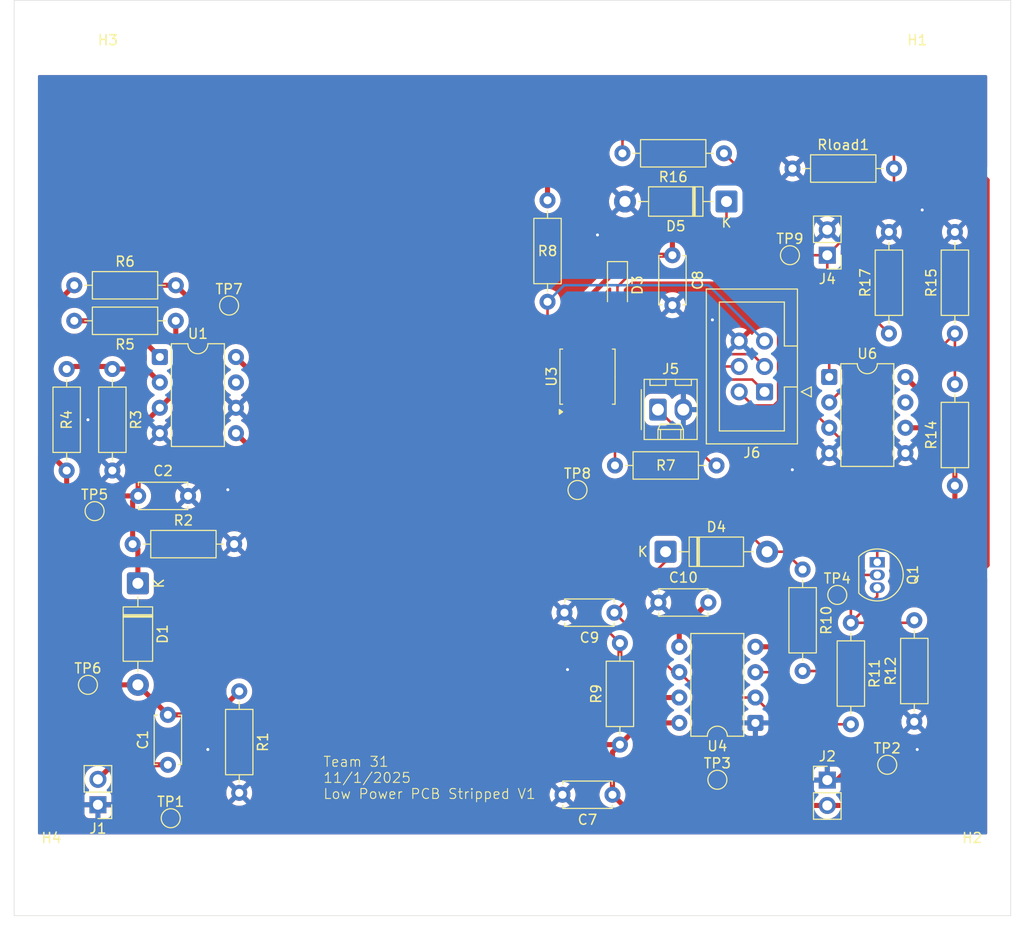
<source format=kicad_pcb>
(kicad_pcb (version 20241229) (generator "pcbnew") (generator_version "9.0")
  (layers (0 "F.Cu" signal) (2 "B.Cu" signal) (13 "F.Paste" user) (15 "B.Paste" user) (5 "F.SilkS" user "F.Silkscreen") (7 "B.SilkS" user "B.Silkscreen") (1 "F.Mask" user) (3 "B.Mask" user) (25 "Edge.Cuts" user))
  (net 0 "")
  (net 1 "/div_out")
  (net 2 "/AC_IN+")
  (net 3 "/env_out")
  (net 5 "GND")
  (net 6 "+5V")
  (net 8 "/THR")
  (net 9 "Net-(U4-CV)")
  (net 10 "Net-(D3-A)")
  (net 11 "Net-(D4-A)")
  (net 12 "/drain")
  (net 13 "Net-(J4-Pin_1)")
  (net 14 "Net-(J5-Pin_1)")
  (net 15 "/MISO")
  (net 16 "/SCK")
  (net 17 "/MOSI")
  (net 18 "/RST")
  (net 19 "/pulse")
  (net 20 "Net-(U1A--)")
  (net 21 "/comp_out")
  (net 22 "/timer_out")
  (net 23 "Net-(U6A--)")
  (net 24 "Net-(R16-Pad1)")
  (net 25 "/mcu_out")
  (footprint "Resistor_THT:R_Axial_DIN0207_L6.3mm_D2.5mm_P10.16mm_Horizontal" (layer "F.Cu") (at 129.794 70.094 180)
    (property "Reference" "R5" (at 5.08 -2.37 180) (layer "F.SilkS"))
    (property "Value" "1Meg")
    (pad "1" thru_hole circle (at 0 0 180) (size 1.6 1.6) (drill 0.8) (layers "*.Cu" "*.Mask") (net 3 "/env_out"))
    (pad "2" thru_hole circle (at 10.16 0 180) (size 1.6 1.6) (drill 0.8) (layers "*.Cu" "*.Mask") (net 21 "/comp_out"))
  )
  (footprint "Package_DIP:DIP-8_W7.62mm" (layer "F.Cu") (at 128.195 73.72)
    (property "Reference" "U1" (at 3.81 -2.33 0) (layer "F.SilkS"))
    (property "Value" "LM393")
    (pad "1" thru_hole roundrect (at 0 0) (size 1.6 1.6) (drill 0.8) (layers "*.Cu" "*.Mask") (roundrect_rratio 0.15625) (net 21 "/comp_out"))
    (pad "2" thru_hole circle (at 0 2.54) (size 1.6 1.6) (drill 0.8) (layers "*.Cu" "*.Mask") (net 20 "Net-(U1A--)"))
    (pad "3" thru_hole circle (at 0 5.08) (size 1.6 1.6) (drill 0.8) (layers "*.Cu" "*.Mask") (net 3 "/env_out"))
    (pad "4" thru_hole circle (at 0 7.62) (size 1.6 1.6) (drill 0.8) (layers "*.Cu" "*.Mask") (net 5 "GND"))
    (pad "5" thru_hole circle (at 7.62 7.62) (size 1.6 1.6) (drill 0.8) (layers "*.Cu" "*.Mask") (net 6 "+5V"))
    (pad "6" thru_hole circle (at 7.62 5.08) (size 1.6 1.6) (drill 0.8) (layers "*.Cu" "*.Mask") (net 5 "GND"))
    (pad "7" thru_hole circle (at 7.62 2.54) (size 1.6 1.6) (drill 0.8) (layers "*.Cu" "*.Mask"))
    (pad "8" thru_hole circle (at 7.62 0) (size 1.6 1.6) (drill 0.8) (layers "*.Cu" "*.Mask") (net 6 "+5V"))
  )
  (footprint "Package_DIP:DIP-8_W7.62mm" (layer "F.Cu") (at 195.195 75.72)
    (property "Reference" "U6" (at 3.81 -2.33 0) (layer "F.SilkS"))
    (property "Value" "LM393")
    (pad "1" thru_hole roundrect (at 0 0) (size 1.6 1.6) (drill 0.8) (layers "*.Cu" "*.Mask") (roundrect_rratio 0.15625) (net 24 "Net-(R16-Pad1)"))
    (pad "2" thru_hole circle (at 0 2.54) (size 1.6 1.6) (drill 0.8) (layers "*.Cu" "*.Mask") (net 23 "Net-(U6A--)"))
    (pad "3" thru_hole circle (at 0 5.08) (size 1.6 1.6) (drill 0.8) (layers "*.Cu" "*.Mask") (net 12 "/drain"))
    (pad "4" thru_hole circle (at 0 7.62) (size 1.6 1.6) (drill 0.8) (layers "*.Cu" "*.Mask") (net 5 "GND"))
    (pad "5" thru_hole circle (at 7.62 7.62) (size 1.6 1.6) (drill 0.8) (layers "*.Cu" "*.Mask") (net 5 "GND"))
    (pad "6" thru_hole circle (at 7.62 5.08) (size 1.6 1.6) (drill 0.8) (layers "*.Cu" "*.Mask") (net 6 "+5V"))
    (pad "7" thru_hole circle (at 7.62 2.54) (size 1.6 1.6) (drill 0.8) (layers "*.Cu" "*.Mask"))
    (pad "8" thru_hole circle (at 7.62 0) (size 1.6 1.6) (drill 0.8) (layers "*.Cu" "*.Mask") (net 6 "+5V"))
  )
  (footprint "Resistor_THT:R_Axial_DIN0207_L6.3mm_D2.5mm_P10.16mm_Horizontal" (layer "F.Cu") (at 125.476 92.446)
    (property "Reference" "R2" (at 5.08 -2.37 0) (layer "F.SilkS"))
    (property "Value" "5.6k")
    (pad "1" thru_hole circle (at 0 0) (size 1.6 1.6) (drill 0.8) (layers "*.Cu" "*.Mask") (net 3 "/env_out"))
    (pad "2" thru_hole circle (at 10.16 0) (size 1.6 1.6) (drill 0.8) (layers "*.Cu" "*.Mask") (net 5 "GND"))
  )
  (footprint "MountingHole:MountingHole_3.2mm_M3" (layer "F.Cu") (at 209.55 42)
    (property "Reference" "H1" (at -5.55 0 0) (layer "F.SilkS"))
    (property "Value" "MountingHole")
    (pad "" np_thru_hole circle (at 0 0) (size 3.2 3.2) (drill 3.2) (layers "*.Cu" "*.Mask"))
  )
  (footprint "Resistor_THT:R_Axial_DIN0207_L6.3mm_D2.5mm_P10.16mm_Horizontal" (layer "F.Cu") (at 173.752 84.572)
    (property "Reference" "R7" (at 5.08 0 0) (layer "F.SilkS"))
    (property "Value" "1k")
    (pad "1" thru_hole circle (at 0 0) (size 1.6 1.6) (drill 0.8) (layers "*.Cu" "*.Mask") (net 16 "/SCK"))
    (pad "2" thru_hole circle (at 10.16 0) (size 1.6 1.6) (drill 0.8) (layers "*.Cu" "*.Mask") (net 14 "Net-(J5-Pin_1)"))
  )
  (footprint "MountingHole:MountingHole_3.2mm_M3" (layer "F.Cu") (at 209.5 126)
    (property "Reference" "H2" (at 0 -4.15 0) (layer "F.SilkS"))
    (property "Value" "MountingHole")
    (pad "" np_thru_hole circle (at 0 0) (size 3.2 3.2) (drill 3.2) (layers "*.Cu" "*.Mask"))
  )
  (footprint "Resistor_THT:R_Axial_DIN0207_L6.3mm_D2.5mm_P10.16mm_Horizontal" (layer "F.Cu") (at 203.708 110.226 90)
    (property "Reference" "R12" (at 5.08 -2.37 90) (layer "F.SilkS"))
    (property "Value" "1k")
    (pad "1" thru_hole circle (at 0 0 90) (size 1.6 1.6) (drill 0.8) (layers "*.Cu" "*.Mask") (net 5 "GND"))
    (pad "2" thru_hole circle (at 10.16 0 90) (size 1.6 1.6) (drill 0.8) (layers "*.Cu" "*.Mask") (net 19 "/pulse"))
  )
  (footprint "Package_SO:SOIC-8_5.3x5.3mm_P1.27mm" (layer "F.Cu") (at 171 75.682 90)
    (property "Reference" "U3" (at 0 -3.6 90) (layer "F.SilkS"))
    (property "Value" "ATtiny85-20S")
    (pad "1" smd roundrect (at -3.5875 -1.905 90) (size 1.625 0.65) (layers "F.Cu" "F.Mask" "F.Paste") (net 18 "/RST"))
    (pad "2" smd roundrect (at -3.5875 -0.635 90) (size 1.625 0.65) (layers "F.Cu" "F.Mask" "F.Paste") (net 21 "/comp_out"))
    (pad "3" smd roundrect (at -3.5875 0.635 90) (size 1.625 0.65) (layers "F.Cu" "F.Mask" "F.Paste") (net 25 "/mcu_out"))
    (pad "4" smd roundrect (at -3.5875 1.905 90) (size 1.625 0.65) (layers "F.Cu" "F.Mask" "F.Paste") (net 5 "GND"))
    (pad "5" smd roundrect (at 3.5875 1.905 90) (size 1.625 0.65) (layers "F.Cu" "F.Mask" "F.Paste") (net 17 "/MOSI"))
    (pad "6" smd roundrect (at 3.5875 0.635 90) (size 1.625 0.65) (layers "F.Cu" "F.Mask" "F.Paste") (net 15 "/MISO"))
    (pad "7" smd roundrect (at 3.5875 -0.635 90) (size 1.625 0.65) (layers "F.Cu" "F.Mask" "F.Paste") (net 16 "/SCK"))
    (pad "8" smd roundrect (at 3.5875 -1.905 90) (size 1.625 0.65) (layers "F.Cu" "F.Mask" "F.Paste") (net 6 "+5V"))
  )
  (footprint "Capacitor_THT:C_Disc_D4.7mm_W2.5mm_P5.00mm" (layer "F.Cu") (at 179.5 68.53 90)
    (property "Reference" "C8" (at 2.5 2.54 90) (layer "F.SilkS"))
    (property "Value" "1uF")
    (pad "1" thru_hole circle (at 0 0 90) (size 1.6 1.6) (drill 0.8) (layers "*.Cu" "*.Mask") (net 5 "GND"))
    (pad "2" thru_hole circle (at 5 0 90) (size 1.6 1.6) (drill 0.8) (layers "*.Cu" "*.Mask") (net 6 "+5V"))
  )
  (footprint "Capacitor_THT:C_Disc_D4.7mm_W2.5mm_P5.00mm" (layer "F.Cu") (at 173.5 117.53 180)
    (property "Reference" "C7" (at 2.5 -2.5 0) (layer "F.SilkS"))
    (property "Value" "100uF")
    (pad "1" thru_hole circle (at 0 0 180) (size 1.6 1.6) (drill 0.8) (layers "*.Cu" "*.Mask") (net 6 "+5V"))
    (pad "2" thru_hole circle (at 5 0 180) (size 1.6 1.6) (drill 0.8) (layers "*.Cu" "*.Mask") (net 5 "GND"))
  )
  (footprint "Diode_SMD:D_SOD-123" (layer "F.Cu") (at 174 66.53 -90)
    (property "Reference" "D3" (at 0 -2 90) (layer "F.SilkS"))
    (property "Value" "MBR0520")
    (pad "1" smd roundrect (at -1.65 0 270) (size 0.9 1.2) (layers "F.Cu" "F.Mask" "F.Paste") (net 6 "+5V"))
    (pad "2" smd roundrect (at 1.65 0 270) (size 0.9 1.2) (layers "F.Cu" "F.Mask" "F.Paste") (net 10 "Net-(D3-A)"))
  )
  (footprint "Resistor_THT:R_Axial_DIN0207_L6.3mm_D2.5mm_P10.16mm_Horizontal" (layer "F.Cu") (at 192.532 94.986 -90)
    (property "Reference" "R10" (at 5.08 -2.37 270) (layer "F.SilkS"))
    (property "Value" "130k")
    (pad "1" thru_hole circle (at 0 0 270) (size 1.6 1.6) (drill 0.8) (layers "*.Cu" "*.Mask") (net 11 "Net-(D4-A)"))
    (pad "2" thru_hole circle (at 10.16 0 270) (size 1.6 1.6) (drill 0.8) (layers "*.Cu" "*.Mask") (net 8 "/THR"))
  )
  (footprint "Package_TO_SOT_THT:TO-92_Inline" (layer "F.Cu") (at 200 94.26 -90)
    (property "Reference" "Q1" (at 1.27 -3.56 90) (layer "F.SilkS"))
    (property "Value" "2N7000")
    (pad "1" thru_hole rect (at 0 0 270) (size 1.05 1.5) (drill 0.75) (layers "*.Cu" "*.Mask") (net 12 "/drain"))
    (pad "2" thru_hole oval (at 1.27 0 270) (size 1.05 1.5) (drill 0.75) (layers "*.Cu" "*.Mask") (net 25 "/mcu_out"))
    (pad "3" thru_hole oval (at 2.54 0 270) (size 1.05 1.5) (drill 0.75) (layers "*.Cu" "*.Mask") (net 19 "/pulse"))
  )
  (footprint "Capacitor_THT:C_Disc_D4.7mm_W2.5mm_P5.00mm" (layer "F.Cu") (at 126.024 87.62)
    (property "Reference" "C2" (at 2.5 -2.5 0) (layer "F.SilkS"))
    (property "Value" "1nF")
    (pad "1" thru_hole circle (at 0 0) (size 1.6 1.6) (drill 0.8) (layers "*.Cu" "*.Mask") (net 3 "/env_out"))
    (pad "2" thru_hole circle (at 5 0) (size 1.6 1.6) (drill 0.8) (layers "*.Cu" "*.Mask") (net 5 "GND"))
  )
  (footprint "Connector_PinHeader_2.54mm:PinHeader_1x02_P2.54mm_Vertical" (layer "F.Cu") (at 195 63.53 180)
    (property "Reference" "J4" (at 0 -2.38 0) (layer "F.SilkS"))
    (property "Value" "Conn_01x02")
    (pad "1" thru_hole rect (at 0 0 180) (size 1.7 1.7) (drill 1) (layers "*.Cu" "*.Mask") (net 13 "Net-(J4-Pin_1)"))
    (pad "2" thru_hole circle (at 0 2.54 180) (size 1.7 1.7) (drill 1) (layers "*.Cu" "*.Mask") (net 5 "GND"))
  )
  (footprint "Resistor_THT:R_Axial_DIN0207_L6.3mm_D2.5mm_P10.16mm_Horizontal" (layer "F.Cu") (at 207.772 86.604 90)
    (property "Reference" "R14" (at 5.08 -2.37 90) (layer "F.SilkS"))
    (property "Value" "5k")
    (pad "1" thru_hole circle (at 0 0 90) (size 1.6 1.6) (drill 0.8) (layers "*.Cu" "*.Mask") (net 6 "+5V"))
    (pad "2" thru_hole circle (at 10.16 0 90) (size 1.6 1.6) (drill 0.8) (layers "*.Cu" "*.Mask") (net 23 "Net-(U6A--)"))
  )
  (footprint "Capacitor_THT:C_Disc_D4.7mm_W2.5mm_P5.00mm" (layer "F.Cu") (at 178.094 98.288)
    (property "Reference" "C10" (at 2.5 -2.5 0) (layer "F.SilkS"))
    (property "Value" "10n")
    (pad "1" thru_hole circle (at 0 0) (size 1.6 1.6) (drill 0.8) (layers "*.Cu" "*.Mask") (net 5 "GND"))
    (pad "2" thru_hole circle (at 5 0) (size 1.6 1.6) (drill 0.8) (layers "*.Cu" "*.Mask") (net 9 "Net-(U4-CV)"))
  )
  (footprint "TestPoint:TestPoint_Pad_D1.5mm" (layer "F.Cu") (at 201 114.53)
    (property "Reference" "TP2" (at 0 -1.648 0) (layer "F.SilkS"))
    (property "Value" "TestPoint")
    (pad "1" smd circle (at 0 0) (size 1.5 1.5) (layers "F.Cu" "F.Mask") (net 5 "GND"))
  )
  (footprint "TestPoint:TestPoint_Pad_D1.5mm" (layer "F.Cu") (at 135.128 68.57)
    (property "Reference" "TP7" (at 0 -1.648 0) (layer "F.SilkS"))
    (property "Value" "TestPoint" (hide yes))
    (pad "1" smd circle (at 0 0) (size 1.5 1.5) (layers "F.Cu" "F.Mask") (net 21 "/comp_out"))
  )
  (footprint "Capacitor_THT:C_Disc_D4.7mm_W2.5mm_P5.00mm" (layer "F.Cu") (at 129 114.53 90)
    (property "Reference" "C1" (at 2.5 -2.5 90) (layer "F.SilkS"))
    (property "Value" "2.2nF")
    (pad "1" thru_hole circle (at 0 0 90) (size 1.6 1.6) (drill 0.8) (layers "*.Cu" "*.Mask") (net 2 "/AC_IN+"))
    (pad "2" thru_hole circle (at 5 0 90) (size 1.6 1.6) (drill 0.8) (layers "*.Cu" "*.Mask") (net 1 "/div_out"))
  )
  (footprint "TestPoint:TestPoint_Pad_D1.5mm" (layer "F.Cu") (at 191.262 63.53)
    (property "Reference" "TP9" (at 0 -1.648 0) (layer "F.SilkS"))
    (property "Value" "TestPoint")
    (pad "1" smd circle (at 0 0) (size 1.5 1.5) (layers "F.Cu" "F.Mask") (net 13 "Net-(J4-Pin_1)"))
  )
  (footprint "Connector_Molex:Molex_KK-254_AE-6410-02A_1x02_P2.54mm_Vertical" (layer "F.Cu") (at 178.054 78.984)
    (property "Reference" "J5" (at 1.27 -4.064 0) (layer "F.SilkS"))
    (property "Value" "LED")
    (pad "1" thru_hole roundrect (at 0 0) (size 1.74 2.19) (drill 1.19) (layers "*.Cu" "*.Mask") (roundrect_rratio 0.143678) (net 14 "Net-(J5-Pin_1)"))
    (pad "2" thru_hole oval (at 2.54 0) (size 1.74 2.19) (drill 1.19) (layers "*.Cu" "*.Mask") (net 5 "GND"))
  )
  (footprint "TestPoint:TestPoint_Pad_D1.5mm" (layer "F.Cu") (at 184 116.03)
    (property "Reference" "TP3" (at 0 -1.648 0) (layer "F.SilkS"))
    (property "Value" "TestPoint")
    (pad "1" smd circle (at 0 0) (size 1.5 1.5) (layers "F.Cu" "F.Mask") (net 6 "+5V"))
  )
  (footprint "Resistor_THT:R_Axial_DIN0207_L6.3mm_D2.5mm_P10.16mm_Horizontal" (layer "F.Cu") (at 201.168 71.364 90)
    (property "Reference" "R17" (at 5.08 -2.37 90) (layer "F.SilkS"))
    (property "Value" "1k")
    (pad "1" thru_hole circle (at 0 0 90) (size 1.6 1.6) (drill 0.8) (layers "*.Cu" "*.Mask") (net 13 "Net-(J4-Pin_1)"))
    (pad "2" thru_hole circle (at 10.16 0 90) (size 1.6 1.6) (drill 0.8) (layers "*.Cu" "*.Mask") (net 5 "GND"))
  )
  (footprint "Resistor_THT:R_Axial_DIN0207_L6.3mm_D2.5mm_P10.16mm_Horizontal" (layer "F.Cu") (at 136.144 107.178 -90)
    (property "Reference" "R1" (at 5.08 -2.37 90) (layer "F.SilkS"))
    (property "Value" "10k")
    (pad "1" thru_hole circle (at 0 0 270) (size 1.6 1.6) (drill 0.8) (layers "*.Cu" "*.Mask") (net 1 "/div_out"))
    (pad "2" thru_hole circle (at 10.16 0 270) (size 1.6 1.6) (drill 0.8) (layers "*.Cu" "*.Mask") (net 5 "GND"))
  )
  (footprint "Diode_THT:D_DO-41_SOD81_P10.16mm_Horizontal" (layer "F.Cu") (at 184.912 58.156 180)
    (property "Reference" "D5" (at 5.08 -2.47 0) (layer "F.SilkS"))
    (property "Value" "1N5817")
    (fp_text user "K" (at 0 -2.1 0) (layer "F.SilkS"))
    (pad "1" thru_hole roundrect (at 0 0 180) (size 2.2 2.2) (drill 1.1) (layers "*.Cu" "*.Mask") (roundrect_rratio 0.113636) (net 12 "/drain"))
    (pad "2" thru_hole circle (at 10.16 0 180) (size 2.2 2.2) (drill 1.1) (layers "*.Cu" "*.Mask") (net 5 "GND"))
  )
  (footprint "Resistor_THT:R_Axial_DIN0207_L6.3mm_D2.5mm_P10.16mm_Horizontal" (layer "F.Cu") (at 184.658 53.33 180)
    (property "Reference" "R16" (at 5.08 -2.37 0) (layer "F.SilkS"))
    (property "Value" "43k")
    (pad "1" thru_hole circle (at 0 0 180) (size 1.6 1.6) (drill 0.8) (layers "*.Cu" "*.Mask") (net 24 "Net-(R16-Pad1)"))
    (pad "2" thru_hole circle (at 10.16 0 180) (size 1.6 1.6) (drill 0.8) (layers "*.Cu" "*.Mask") (net 13 "Net-(J4-Pin_1)"))
  )
  (footprint "Resistor_THT:R_Axial_DIN0207_L6.3mm_D2.5mm_P10.16mm_Horizontal" (layer "F.Cu") (at 167 58.03 -90)
    (property "Reference" "R8" (at 5.08 0 0) (layer "F.SilkS"))
    (property "Value" "10k")
    (pad "1" thru_hole circle (at 0 0 270) (size 1.6 1.6) (drill 0.8) (layers "*.Cu" "*.Mask") (net 6 "+5V"))
    (pad "2" thru_hole circle (at 10.16 0 270) (size 1.6 1.6) (drill 0.8) (layers "*.Cu" "*.Mask") (net 18 "/RST"))
  )
  (footprint "Resistor_THT:R_Axial_DIN0207_L6.3mm_D2.5mm_P10.16mm_Horizontal" (layer "F.Cu") (at 197.358 100.32 -90)
    (property "Reference" "R11" (at 5.08 -2.37 90) (layer "F.SilkS"))
    (property "Value" "2k")
    (pad "1" thru_hole circle (at 0 0 270) (size 1.6 1.6) (drill 0.8) (layers "*.Cu" "*.Mask") (net 19 "/pulse"))
    (pad "2" thru_hole circle (at 10.16 0 270) (size 1.6 1.6) (drill 0.8) (layers "*.Cu" "*.Mask") (net 22 "/timer_out"))
  )
  (footprint "TestPoint:TestPoint_Pad_D1.5mm" (layer "F.Cu") (at 121.666 89.144)
    (property "Reference" "TP5" (at 0 -1.648 0) (layer "F.SilkS"))
    (property "Value" "TestPoint")
    (pad "1" smd circle (at 0 0) (size 1.5 1.5) (layers "F.Cu" "F.Mask") (net 3 "/env_out"))
  )
  (footprint "Resistor_THT:R_Axial_DIN0207_L6.3mm_D2.5mm_P10.16mm_Horizontal" (layer "F.Cu") (at 119.634 66.538)
    (property "Reference" "R6" (at 5.08 -2.37 0) (layer "F.SilkS"))
    (property "Value" "10k")
    (pad "1" thru_hole circle (at 0 0) (size 1.6 1.6) (drill 0.8) (layers "*.Cu" "*.Mask") (net 6 "+5V"))
    (pad "2" thru_hole circle (at 10.16 0) (size 1.6 1.6) (drill 0.8) (layers "*.Cu" "*.Mask") (net 21 "/comp_out"))
  )
  (footprint "TestPoint:TestPoint_Pad_D1.5mm" (layer "F.Cu") (at 129.286 119.878)
    (property "Reference" "TP1" (at 0 -1.648 0) (layer "F.SilkS"))
    (property "Value" "TestPoint")
    (pad "1" smd circle (at 0 0) (size 1.5 1.5) (layers "F.Cu" "F.Mask") (net 5 "GND"))
  )
  (footprint "Resistor_THT:R_Axial_DIN0207_L6.3mm_D2.5mm_P10.16mm_Horizontal" (layer "F.Cu") (at 207.772 71.364 90)
    (property "Reference" "R15" (at 5.08 -2.37 90) (layer "F.SilkS"))
    (property "Value" "1k")
    (pad "1" thru_hole circle (at 0 0 90) (size 1.6 1.6) (drill 0.8) (layers "*.Cu" "*.Mask") (net 23 "Net-(U6A--)"))
    (pad "2" thru_hole circle (at 10.16 0 90) (size 1.6 1.6) (drill 0.8) (layers "*.Cu" "*.Mask") (net 5 "GND"))
  )
  (footprint "Resistor_THT:R_Axial_DIN0207_L6.3mm_D2.5mm_P10.16mm_Horizontal" (layer "F.Cu") (at 174.244 112.512 90)
    (property "Reference" "R9" (at 5.08 -2.37 90) (layer "F.SilkS"))
    (property "Value" "15k")
    (pad "1" thru_hole circle (at 0 0 90) (size 1.6 1.6) (drill 0.8) (layers "*.Cu" "*.Mask") (net 6 "+5V"))
    (pad "2" thru_hole circle (at 10.16 0 90) (size 1.6 1.6) (drill 0.8) (layers "*.Cu" "*.Mask") (net 11 "Net-(D4-A)"))
  )
  (footprint "MountingHole:MountingHole_3.2mm_M3" (layer "F.Cu") (at 117.348 126)
    (property "Reference" "H4" (at 0 -4.15 0) (layer "F.SilkS"))
    (property "Value" "MountingHole")
    (pad "" np_thru_hole circle (at 0 0) (size 3.2 3.2) (drill 3.2) (layers "*.Cu" "*.Mask"))
  )
  (footprint "Resistor_THT:R_Axial_DIN0207_L6.3mm_D2.5mm_P10.16mm_Horizontal" (layer "F.Cu") (at 191.516 54.854)
    (property "Reference" "Rload1" (at 5.08 -2.37 0) (layer "F.SilkS"))
    (property "Value" "10k")
    (pad "1" thru_hole circle (at 0 0) (size 1.6 1.6) (drill 0.8) (layers "*.Cu" "*.Mask") (net 5 "GND"))
    (pad "2" thru_hole circle (at 10.16 0) (size 1.6 1.6) (drill 0.8) (layers "*.Cu" "*.Mask") (net 13 "Net-(J4-Pin_1)"))
  )
  (footprint "TestPoint:TestPoint_Pad_D1.5mm" (layer "F.Cu") (at 196 97.53)
    (property "Reference" "TP4" (at 0 -1.648 0) (layer "F.SilkS"))
    (property "Value" "TestPoint")
    (pad "1" smd circle (at 0 0) (size 1.5 1.5) (layers "F.Cu" "F.Mask") (net 19 "/pulse"))
  )
  (footprint "Package_DIP:DIP-8_W7.62mm" (layer "F.Cu") (at 187.805 110.34 180)
    (property "Reference" "U4" (at 3.81 -2.33 0) (layer "F.SilkS"))
    (property "Value" "NE555P")
    (pad "1" thru_hole roundrect (at 0 0 180) (size 1.6 1.6) (drill 0.8) (layers "*.Cu" "*.Mask") (roundrect_rratio 0.15625) (net 5 "GND"))
    (pad "2" thru_hole circle (at 0 2.54 180) (size 1.6 1.6) (drill 0.8) (layers "*.Cu" "*.Mask") (net 8 "/THR"))
    (pad "3" thru_hole circle (at 0 5.08 180) (size 1.6 1.6) (drill 0.8) (layers "*.Cu" "*.Mask") (net 22 "/timer_out"))
    (pad "4" thru_hole circle (at 0 7.62 180) (size 1.6 1.6) (drill 0.8) (layers "*.Cu" "*.Mask") (net 6 "+5V"))
    (pad "5" thru_hole circle (at 7.62 7.62 180) (size 1.6 1.6) (drill 0.8) (layers "*.Cu" "*.Mask") (net 9 "Net-(U4-CV)"))
    (pad "6" thru_hole circle (at 7.62 5.08 180) (size 1.6 1.6) (drill 0.8) (layers "*.Cu" "*.Mask") (net 8 "/THR"))
    (pad "7" thru_hole circle (at 7.62 2.54 180) (size 1.6 1.6) (drill 0.8) (layers "*.Cu" "*.Mask") (net 11 "Net-(D4-A)"))
    (pad "8" thru_hole circle (at 7.62 0 180) (size 1.6 1.6) (drill 0.8) (layers "*.Cu" "*.Mask") (net 6 "+5V"))
  )
  (footprint "Connector_IDC:IDC-Header_2x03_P2.54mm_Vertical" (layer "F.Cu") (at 188.722 77.206 180)
    (property "Reference" "J6" (at 1.27 -6.1 0) (layer "F.SilkS"))
    (property "Value" "ISP")
    (pad "1" thru_hole roundrect (at 0 0 180) (size 1.7 1.7) (drill 1) (layers "*.Cu" "*.Mask") (roundrect_rratio 0.147059) (net 15 "/MISO"))
    (pad "2" thru_hole circle (at 2.54 0 180) (size 1.7 1.7) (drill 1) (layers "*.Cu" "*.Mask") (net 10 "Net-(D3-A)"))
    (pad "3" thru_hole circle (at 0 2.54 180) (size 1.7 1.7) (drill 1) (layers "*.Cu" "*.Mask") (net 16 "/SCK"))
    (pad "4" thru_hole circle (at 2.54 2.54 180) (size 1.7 1.7) (drill 1) (layers "*.Cu" "*.Mask") (net 17 "/MOSI"))
    (pad "5" thru_hole circle (at 0 5.08 180) (size 1.7 1.7) (drill 1) (layers "*.Cu" "*.Mask") (net 18 "/RST"))
    (pad "6" thru_hole circle (at 2.54 5.08 180) (size 1.7 1.7) (drill 1) (layers "*.Cu" "*.Mask") (net 5 "GND"))
  )
  (footprint "Connector_PinHeader_2.54mm:PinHeader_1x02_P2.54mm_Vertical" (layer "F.Cu") (at 122 118.53 180)
    (property "Reference" "J1" (at 0 -2.38 0) (layer "F.SilkS"))
    (property "Value" "Conn_01x02")
    (pad "1" thru_hole rect (at 0 0 180) (size 1.7 1.7) (drill 1) (layers "*.Cu" "*.Mask") (net 5 "GND"))
    (pad "2" thru_hole circle (at 0 2.54 180) (size 1.7 1.7) (drill 1) (layers "*.Cu" "*.Mask") (net 2 "/AC_IN+"))
  )
  (footprint "Resistor_THT:R_Axial_DIN0207_L6.3mm_D2.5mm_P10.16mm_Horizontal" (layer "F.Cu") (at 118.872 85.08 90)
    (property "Reference" "R4" (at 5.08 0 90) (layer "F.SilkS"))
    (property "Value" "47k")
    (pad "1" thru_hole circle (at 0 0 90) (size 1.6 1.6) (drill 0.8) (layers "*.Cu" "*.Mask") (net 6 "+5V"))
    (pad "2" thru_hole circle (at 10.16 0 90) (size 1.6 1.6) (drill 0.8) (layers "*.Cu" "*.Mask") (net 20 "Net-(U1A--)"))
  )
  (footprint "Connector_PinHeader_2.54mm:PinHeader_1x02_P2.54mm_Vertical" (layer "F.Cu") (at 195 116.063)
    (property "Reference" "J2" (at 0 -2.38 0) (layer "F.SilkS"))
    (property "Value" "Conn_01x02")
    (pad "1" thru_hole rect (at 0 0) (size 1.7 1.7) (drill 1) (layers "*.Cu" "*.Mask") (net 5 "GND"))
    (pad "2" thru_hole circle (at 0 2.54) (size 1.7 1.7) (drill 1) (layers "*.Cu" "*.Mask") (net 6 "+5V"))
  )
  (footprint "TestPoint:TestPoint_Pad_D1.5mm" (layer "F.Cu") (at 170 87.03)
    (property "Reference" "TP8" (at 0 -1.648 0) (layer "F.SilkS"))
    (property "Value" "TestPoint")
    (pad "1" smd circle (at 0 0) (size 1.5 1.5) (layers "F.Cu" "F.Mask") (net 25 "/mcu_out"))
  )
  (footprint "Resistor_THT:R_Axial_DIN0207_L6.3mm_D2.5mm_P10.16mm_Horizontal" (layer "F.Cu") (at 123.444 74.92 -90)
    (property "Reference" "R3" (at 5.08 -2.37 270) (layer "F.SilkS"))
    (property "Value" "3k")
    (pad "1" thru_hole circle (at 0 0 270) (size 1.6 1.6) (drill 0.8) (layers "*.Cu" "*.Mask") (net 20 "Net-(U1A--)"))
    (pad "2" thru_hole circle (at 10.16 0 270) (size 1.6 1.6) (drill 0.8) (layers "*.Cu" "*.Mask") (net 5 "GND"))
  )
  (footprint "Diode_THT:D_DO-41_SOD81_P10.16mm_Horizontal" (layer "F.Cu") (at 126 96.37 -90)
    (property "Reference" "D1" (at 5.08 -2.47 90) (layer "F.SilkS"))
    (property "Value" "1N5817")
    (fp_text user "K" (at 0 -2.1 90) (layer "F.SilkS"))
    (pad "1" thru_hole roundrect (at 0 0 270) (size 2.2 2.2) (drill 1.1) (layers "*.Cu" "*.Mask") (roundrect_rratio 0.113636) (net 3 "/env_out"))
    (pad "2" thru_hole circle (at 10.16 0 270) (size 2.2 2.2) (drill 1.1) (layers "*.Cu" "*.Mask") (net 1 "/div_out"))
  )
  (footprint "Capacitor_THT:C_Disc_D4.7mm_W2.5mm_P5.00mm" (layer "F.Cu") (at 173.696 99.304 180)
    (property "Reference" "C9" (at 2.5 -2.5 180) (layer "F.SilkS"))
    (property "Value" "0.01uF")
    (pad "1" thru_hole circle (at 0 0 180) (size 1.6 1.6) (drill 0.8) (layers "*.Cu" "*.Mask") (net 8 "/THR"))
    (pad "2" thru_hole circle (at 5 0 180) (size 1.6 1.6) (drill 0.8) (layers "*.Cu" "*.Mask") (net 5 "GND"))
  )
  (footprint "TestPoint:TestPoint_Pad_D1.5mm" (layer "F.Cu") (at 121 106.53)
    (property "Reference" "TP6" (at 0 -1.648 0) (layer "F.SilkS"))
    (property "Value" "TestPoint")
    (pad "1" smd circle (at 0 0) (size 1.5 1.5) (layers "F.Cu" "F.Mask") (net 1 "/div_out"))
  )
  (footprint "MountingHole:MountingHole_3.2mm_M3" (layer "F.Cu") (at 117.348 42)
    (property "Reference" "H3" (at 5.652 0 0) (layer "F.SilkS"))
    (property "Value" "MountingHole")
    (pad "" np_thru_hole circle (at 0 0) (size 3.2 3.2) (drill 3.2) (layers "*.Cu" "*.Mask"))
  )
  (footprint "Diode_THT:D_DO-41_SOD81_P10.16mm_Horizontal" (layer "F.Cu") (at 178.816 93.208)
    (property "Reference" "D4" (at 5.08 -2.47 0) (layer "F.SilkS"))
    (property "Value" "1N5817")
    (fp_text user "K" (at -2.286 0 0) (layer "F.SilkS"))
    (pad "1" thru_hole roundrect (at 0 0) (size 2.2 2.2) (drill 1.1) (layers "*.Cu" "*.Mask") (roundrect_rratio 0.113636) (net 8 "/THR"))
    (pad "2" thru_hole circle (at 10.16 0) (size 2.2 2.2) (drill 1.1) (layers "*.Cu" "*.Mask") (net 11 "Net-(D4-A)"))
  )
  (gr_rect (start 113.614 38.011) (end 213.36 129.629) (stroke (width 0.05)) (fill no) (layer "Edge.Cuts"))
  (gr_text "Team 31\n11/1/2025\nLow Power PCB Stripped V1" (at 144.5 118.03 0) (layer "F.SilkS") (effects (font (size 1 1) (thickness 0.1)) (justify left bottom)))
  (segment (start 129 109.53) (end 126 106.53) (width 0.508) (layer "F.Cu") (net 1))
  (segment (start 133.792 109.53) (end 136.144 107.178) (width 0.508) (layer "F.Cu") (net 1))
  (segment (start 129 109.53) (end 133.792 109.53) (width 0.508) (layer "F.Cu") (net 1))
  (segment (start 126 106.53) (end 121 106.53) (width 0.508) (layer "F.Cu") (net 1))
  (segment (start 123.46 114.53) (end 122 115.99) (width 0.508) (layer "F.Cu") (net 2))
  (segment (start 129 114.53) (end 123.46 114.53) (width 0.508) (layer "F.Cu") (net 2))
  (segment (start 126.024 87.62) (end 126.024 80.971) (width 0.508) (layer "F.Cu") (net 3))
  (segment (start 123.19 87.62) (end 121.666 89.144) (width 0.508) (layer "F.Cu") (net 3))
  (segment (start 126 96.37) (end 126 92.97) (width 0.508) (layer "F.Cu") (net 3))
  (segment (start 128.195 78.8) (end 129.794 77.201) (width 0.508) (layer "F.Cu") (net 3))
  (segment (start 126.024 87.62) (end 123.19 87.62) (width 0.508) (layer "F.Cu") (net 3))
  (segment (start 126.024 80.971) (end 128.195 78.8) (width 0.508) (layer "F.Cu") (net 3))
  (segment (start 126 92.97) (end 125.476 92.446) (width 0.508) (layer "F.Cu") (net 3))
  (segment (start 125.476 88.168) (end 126.024 87.62) (width 0.508) (layer "F.Cu") (net 3))
  (segment (start 125.476 92.446) (end 125.476 88.168) (width 0.508) (layer "F.Cu") (net 3))
  (segment (start 129.794 77.201) (end 129.794 70.094) (width 0.508) (layer "F.Cu") (net 3))
  (segment (start 195.967 116.063) (end 197.5 114.53) (width 0.508) (layer "F.Cu") (net 5))
  (segment (start 197.5 114.53) (end 201 114.53) (width 0.508) (layer "F.Cu") (net 5))
  (segment (start 129.032 119.878) (end 127.684 118.53) (width 0.508) (layer "F.Cu") (net 5))
  (segment (start 127.684 118.53) (end 122 118.53) (width 0.508) (layer "F.Cu") (net 5))
  (segment (start 129.286 119.878) (end 129.032 119.878) (width 0.508) (layer "F.Cu") (net 5))
  (segment (start 195 116.063) (end 195.967 116.063) (width 0.508) (layer "F.Cu") (net 5))
  (via (at 135 87) (size 0.6) (drill 0.3) (layers "F.Cu" "B.Cu") (net 5))
  (via (at 169 105) (size 0.6) (drill 0.3) (layers "F.Cu" "B.Cu") (net 5))
  (via (at 204.5 59) (size 0.6) (drill 0.3) (layers "F.Cu" "B.Cu") (net 5))
  (via (at 133 113) (size 0.6) (drill 0.3) (layers "F.Cu" "B.Cu") (net 5))
  (via (at 172 61.5) (size 0.6) (drill 0.3) (layers "F.Cu" "B.Cu") (net 5))
  (via (at 121 80) (size 0.6) (drill 0.3) (layers "F.Cu" "B.Cu") (net 5))
  (via (at 191.5 85) (size 0.6) (drill 0.3) (layers "F.Cu" "B.Cu") (net 5))
  (via (at 204 113) (size 0.6) (drill 0.3) (layers "F.Cu" "B.Cu") (net 5))
  (via (at 183.5 70) (size 0.6) (drill 0.3) (layers "F.Cu" "B.Cu") (net 5))
  (segment (start 169.095 69.785) (end 174 64.88) (width 0.508) (layer "F.Cu") (net 6))
  (segment (start 159 102.03) (end 169.482 112.512) (width 0.508) (layer "F.Cu") (net 6))
  (segment (start 207.772 80.677) (end 202.815 75.72) (width 0.508) (layer "F.Cu") (net 6))
  (segment (start 206.542 80.8) (end 207.772 82.03) (width 0.508) (layer "F.Cu") (net 6))
  (segment (start 176.416 110.34) (end 180.185 110.34) (width 0.508) (layer "F.Cu") (net 6))
  (segment (start 211 94.53) (end 211 56.03) (width 0.508) (layer "F.Cu") (net 6))
  (segment (start 118.872 85.08) (end 118.872 101.402) (width 0.508) (layer "F.Cu") (net 6))
  (segment (start 184 116.03) (end 184 118.603) (width 0.508) (layer "F.Cu") (net 6))
  (segment (start 140 102.03) (end 159 102.03) (width 0.508) (layer "F.Cu") (net 6))
  (segment (start 207.772 86.604) (end 207.772 82.03) (width 0.508) (layer "F.Cu") (net 6))
  (segment (start 203.5 48.53) (end 167 48.53) (width 0.508) (layer "F.Cu") (net 6))
  (segment (start 118.872 85.08) (end 116.586 82.794) (width 0.508) (layer "F.Cu") (net 6))
  (segment (start 175.35 63.53) (end 174 64.88) (width 0.508) (layer "F.Cu") (net 6))
  (segment (start 140 85.525) (end 140 77.905) (width 0.508) (layer "F.Cu") (net 6))
  (segment (start 173.5 117.53) (end 174.573 118.603) (width 0.508) (layer "F.Cu") (net 6))
  (segment (start 116.586 69.586) (end 119.634 66.538) (width 0.508) (layer "F.Cu") (net 6))
  (segment (start 202.697 118.603) (end 207.772 113.528) (width 0.508) (layer "F.Cu") (net 6))
  (segment (start 178 55.53) (end 167 55.53) (width 0.508) (layer "F.Cu") (net 6))
  (segment (start 179.35 63.38) (end 179.5 63.53) (width 0.508) (layer "F.Cu") (net 6))
  (segment (start 167 55.53) (end 167 58.03) (width 0.508) (layer "F.Cu") (net 6))
  (segment (start 169.095 72.0945) (end 169.095 69.785) (width 0.508) (layer "F.Cu") (net 6))
  (segment (start 207.772 100.828) (end 207.772 113.528) (width 0.508) (layer "F.Cu") (net 6))
  (segment (start 140 77.905) (end 135.815 73.72) (width 0.508) (layer "F.Cu") (net 6))
  (segment (start 174.244 112.512) (end 176.416 110.34) (width 0.508) (layer "F.Cu") (net 6))
  (segment (start 207.772 94.03) (end 207.772 98.03) (width 0.508) (layer "F.Cu") (net 6))
  (segment (start 179.5 57.03) (end 178 55.53) (width 0.508) (layer "F.Cu") (net 6))
  (segment (start 167 48.53) (end 167 55.53) (width 0.508) (layer "F.Cu") (net 6))
  (segment (start 207.772 98.03) (end 207.772 100.828) (width 0.508) (layer "F.Cu") (net 6))
  (segment (start 119.5 102.03) (end 140 102.03) (width 0.508) (layer "F.Cu") (net 6))
  (segment (start 207.772 97.758) (end 211 94.53) (width 0.508) (layer "F.Cu") (net 6))
  (segment (start 118.872 101.402) (end 119.5 102.03) (width 0.508) (layer "F.Cu") (net 6))
  (segment (start 207.772 100.828) (end 205.88 102.72) (width 0.508) (layer "F.Cu") (net 6))
  (segment (start 179.5 63.53) (end 175.35 63.53) (width 0.508) (layer "F.Cu") (net 6))
  (segment (start 116.586 82.794) (end 116.586 69.586) (width 0.508) (layer "F.Cu") (net 6))
  (segment (start 195 118.603) (end 202.697 118.603) (width 0.508) (layer "F.Cu") (net 6))
  (segment (start 179.5 63.53) (end 179.5 57.03) (width 0.508) (layer "F.Cu") (net 6))
  (segment (start 173.5 113.256) (end 174.244 112.512) (width 0.508) (layer "F.Cu") (net 6))
  (segment (start 174.573 118.603) (end 184 118.603) (width 0.508) (layer "F.Cu") (net 6))
  (segment (start 194.46 118.53) (end 195 119.07) (width 0.508) (layer "F.Cu") (net 6))
  (segment (start 140 85.525) (end 135.815 81.34) (width 0.508) (layer "F.Cu") (net 6))
  (segment (start 202.815 80.8) (end 206.542 80.8) (width 0.508) (layer "F.Cu") (net 6))
  (segment (start 205.88 102.72) (end 187.805 102.72) (width 0.508) (layer "F.Cu") (net 6))
  (segment (start 169.482 112.512) (end 174.244 112.512) (width 0.508) (layer "F.Cu") (net 6))
  (segment (start 173.5 117.53) (end 173.5 113.256) (width 0.508) (layer "F.Cu") (net 6))
  (segment (start 184 118.603) (end 195 118.603) (width 0.508) (layer "F.Cu") (net 6))
  (segment (start 135.815 73.72) (end 135.844627 73.72) (width 0.508) (layer "F.Cu") (net 6))
  (segment (start 207.772 86.604) (end 207.772 94.03) (width 0.508) (layer "F.Cu") (net 6))
  (segment (start 207.772 98.03) (end 207.772 97.758) (width 0.508) (layer "F.Cu") (net 6))
  (segment (start 140 102.03) (end 140 85.525) (width 0.508) (layer "F.Cu") (net 6))
  (segment (start 211 56.03) (end 203.5 48.53) (width 0.508) (layer "F.Cu") (net 6))
  (segment (start 207.772 82.03) (end 207.772 80.677) (width 0.508) (layer "F.Cu") (net 6))
  (segment (start 187.805 107.8) (end 191.921 111.916) (width 0.254) (layer "F.Cu") (net 8))
  (segment (start 179.652 105.26) (end 180.185 105.26) (width 0.254) (layer "F.Cu") (net 8))
  (segment (start 182.725 107.8) (end 180.185 105.26) (width 0.254) (layer "F.Cu") (net 8))
  (segment (start 180.185 105.26) (end 179.464 105.26) (width 0.254) (layer "F.Cu") (net 8))
  (segment (start 200.406 108.448) (end 197.104 105.146) (width 0.254) (layer "F.Cu") (net 8))
  (segment (start 197.104 105.146) (end 192.532 105.146) (width 0.254) (layer "F.Cu") (net 8))
  (segment (start 200.406 111.496) (end 200.406 108.448) (width 0.254) (layer "F.Cu") (net 8))
  (segment (start 178.816 93.208) (end 178.816 94.184) (width 0.254) (layer "F.Cu") (net 8))
  (segment (start 187.805 107.8) (end 182.725 107.8) (width 0.254) (layer "F.Cu") (net 8))
  (segment (start 178.816 94.184) (end 173.696 99.304) (width 0.254) (layer "F.Cu") (net 8))
  (segment (start 191.921 111.916) (end 199.986 111.916) (width 0.254) (layer "F.Cu") (net 8))
  (segment (start 199.986 111.916) (end 200.406 111.496) (width 0.254) (layer "F.Cu") (net 8))
  (segment (start 173.696 99.304) (end 179.652 105.26) (width 0.254) (layer "F.Cu") (net 8))
  (segment (start 180.185 102.72) (end 180.185 101.197) (width 0.508) (layer "F.Cu") (net 9))
  (segment (start 180.185 101.197) (end 183.094 98.288) (width 0.508) (layer "F.Cu") (net 9))
  (segment (start 186.182 77.206) (end 187.541 78.565) (width 0.254) (layer "F.Cu") (net 10))
  (segment (start 175.15 65.53) (end 174 66.68) (width 0.254) (layer "F.Cu") (net 10))
  (segment (start 189.643316 78.565) (end 190.081 78.127316) (width 0.254) (layer "F.Cu") (net 10))
  (segment (start 190.081 78.127316) (end 190.081 71.111) (width 0.254) (layer "F.Cu") (net 10))
  (segment (start 174 66.68) (end 174 68.18) (width 0.254) (layer "F.Cu") (net 10))
  (segment (start 187.541 78.565) (end 189.643316 78.565) (width 0.254) (layer "F.Cu") (net 10))
  (segment (start 184.5 65.53) (end 175.15 65.53) (width 0.254) (layer "F.Cu") (net 10))
  (segment (start 190.081 71.111) (end 184.5 65.53) (width 0.254) (layer "F.Cu") (net 10))
  (segment (start 188.976 93.208) (end 187.24 91.472) (width 0.254) (layer "F.Cu") (net 11))
  (segment (start 190.754 93.208) (end 192.532 94.986) (width 0.254) (layer "F.Cu") (net 11))
  (segment (start 177.59208 91.472) (end 172.26 96.80408) (width 0.254) (layer "F.Cu") (net 11))
  (segment (start 187.24 91.472) (end 177.59208 91.472) (width 0.254) (layer "F.Cu") (net 11))
  (segment (start 172.26 96.80408) (end 172.26 100.368) (width 0.254) (layer "F.Cu") (net 11))
  (segment (start 174.244 102.352) (end 174.244 104.03265) (width 0.508) (layer "F.Cu") (net 11))
  (segment (start 188.976 93.208) (end 190.754 93.208) (width 0.254) (layer "F.Cu") (net 11))
  (segment (start 174.244 104.03265) (end 178.01135 107.8) (width 0.508) (layer "F.Cu") (net 11))
  (segment (start 178.01135 107.8) (end 180.185 107.8) (width 0.508) (layer "F.Cu") (net 11))
  (segment (start 172.26 100.368) (end 174.244 102.352) (width 0.254) (layer "F.Cu") (net 11))
  (segment (start 200 94.26) (end 200 85.605) (width 0.254) (layer "F.Cu") (net 12))
  (segment (start 193.759 72.712434) (end 184.912 63.865434) (width 0.254) (layer "F.Cu") (net 12))
  (segment (start 195.195 80.8) (end 193.759 79.364) (width 0.254) (layer "F.Cu") (net 12))
  (segment (start 193.759 79.364) (end 193.759 72.712434) (width 0.254) (layer "F.Cu") (net 12))
  (segment (start 184.912 63.865434) (end 184.912 58.156) (width 0.254) (layer "F.Cu") (net 12))
  (segment (start 200 85.605) (end 195.195 80.8) (width 0.254) (layer "F.Cu") (net 12))
  (segment (start 195 63.53) (end 191.262 63.53) (width 0.254) (layer "F.Cu") (net 13))
  (segment (start 199.334 69.53) (end 195 69.53) (width 0.254) (layer "F.Cu") (net 13))
  (segment (start 201.168 71.364) (end 199.334 69.53) (width 0.254) (layer "F.Cu") (net 13))
  (segment (start 176.276 50.282) (end 174.498 52.06) (width 0.254) (layer "F.Cu") (net 13))
  (segment (start 201.676 56.854) (end 195 63.53) (width 0.254) (layer "F.Cu") (net 13))
  (segment (start 201.676 50.282) (end 176.276 50.282) (width 0.254) (layer "F.Cu") (net 13))
  (segment (start 174.498 52.06) (end 174.498 53.33) (width 0.254) (layer "F.Cu") (net 13))
  (segment (start 201.676 54.854) (end 201.676 56.854) (width 0.254) (layer "F.Cu") (net 13))
  (segment (start 201.676 54.854) (end 201.676 50.282) (width 0.254) (layer "F.Cu") (net 13))
  (segment (start 195 69.53) (end 195 63.53) (width 0.254) (layer "F.Cu") (net 13))
  (segment (start 183.642 84.572) (end 178.054 78.984) (width 0.254) (layer "F.Cu") (net 14))
  (segment (start 183.912 84.572) (end 183.642 84.572) (width 0.254) (layer "F.Cu") (net 14))
  (segment (start 187.49 75.974) (end 188.722 77.206) (width 0.254) (layer "F.Cu") (net 15))
  (segment (start 187.49 75.974) (end 174.702001 75.974) (width 0.254) (layer "F.Cu") (net 15))
  (segment (start 174.702001 75.974) (end 171.635 72.906999) (width 0.254) (layer "F.Cu") (net 15))
  (segment (start 171.635 72.906999) (end 171.635 72.0945) (width 0.254) (layer "F.Cu") (net 15))
  (segment (start 181 70.53) (end 171.117001 70.53) (width 0.254) (layer "F.Cu") (net 16))
  (segment (start 173.752 83.064) (end 174.498 82.318) (width 0.254) (layer "F.Cu") (net 16))
  (segment (start 170.365 71.282001) (end 170.365 72.0945) (width 0.254) (layer "F.Cu") (net 16))
  (segment (start 171.117001 70.53) (end 170.365 71.282001) (width 0.254) (layer "F.Cu") (net 16))
  (segment (start 183.904 73.434) (end 181 70.53) (width 0.254) (layer "F.Cu") (net 16))
  (segment (start 173.752 84.572) (end 173.752 83.064) (width 0.254) (layer "F.Cu") (net 16))
  (segment (start 187.49 73.434) (end 188.722 74.666) (width 0.254) (layer "F.Cu") (net 16))
  (segment (start 174.498 82.318) (end 174.498 77.46) (width 0.254) (layer "F.Cu") (net 16))
  (segment (start 174.498 77.46) (end 170.365 73.327) (width 0.254) (layer "F.Cu") (net 16))
  (segment (start 187.49 73.434) (end 183.904 73.434) (width 0.254) (layer "F.Cu") (net 16))
  (segment (start 170.365 73.327) (end 170.365 72.0945) (width 0.254) (layer "F.Cu") (net 16))
  (segment (start 175.4765 74.666) (end 172.905 72.0945) (width 0.254) (layer "F.Cu") (net 17))
  (segment (start 186.182 74.666) (end 175.4765 74.666) (width 0.254) (layer "F.Cu") (net 17))
  (segment (start 169.291 78.593246) (end 169.291 79.2695) (width 0.254) (layer "F.Cu") (net 18))
  (segment (start 169.095 79.2695) (end 167 77.1745) (width 0.254) (layer "F.Cu") (net 18))
  (segment (start 167 77.1745) (end 167 68.19) (width 0.254) (layer "F.Cu") (net 18))
  (segment (start 188.722 72.126) (end 183.126 66.53) (width 0.254) (layer "B.Cu") (net 18))
  (segment (start 183.126 66.53) (end 168.66 66.53) (width 0.254) (layer "B.Cu") (net 18))
  (segment (start 168.66 66.53) (end 167 68.19) (width 0.254) (layer "B.Cu") (net 18))
  (segment (start 197.358 100.32) (end 197.358 98.888) (width 0.254) (layer "F.Cu") (net 19))
  (segment (start 197.358 100.32) (end 200 97.678) (width 0.254) (layer "F.Cu") (net 19))
  (segment (start 203.708 100.066) (end 203.2 100.066) (width 0.254) (layer "F.Cu") (net 19))
  (segment (start 203.2 100.066) (end 202.946 100.32) (width 0.254) (layer "F.Cu") (net 19))
  (segment (start 197.358 98.888) (end 196 97.53) (width 0.254) (layer "F.Cu") (net 19))
  (segment (start 202.946 100.32) (end 197.358 100.32) (width 0.254) (layer "F.Cu") (net 19))
  (segment (start 200 97.678) (end 200 96.8) (width 0.254) (layer "F.Cu") (net 19))
  (segment (start 119.634 74.666) (end 123.19 74.666) (width 0.508) (layer "F.Cu") (net 20))
  (segment (start 123.444 74.92) (end 126.855 74.92) (width 0.508) (layer "F.Cu") (net 20))
  (segment (start 123.19 74.666) (end 123.444 74.92) (width 0.508) (layer "F.Cu") (net 20))
  (segment (start 126.855 74.92) (end 128.195 76.26) (width 0.508) (layer "F.Cu") (net 20))
  (segment (start 128.195 73.72) (end 124.569 70.094) (width 0.508) (layer "F.Cu") (net 21))
  (segment (start 135.128 68.57) (end 135.128 70.625) (width 0.508) (layer "F.Cu") (net 21))
  (segment (start 135.128 70.625) (end 153.095 70.625) (width 0.508) (layer "F.Cu") (net 21))
  (segment (start 133.881 70.625) (end 129.794 66.538) (width 0.508) (layer "F.Cu") (net 21))
  (segment (start 128.125 66.538) (end 124.569 70.094) (width 0.508) (layer "F.Cu") (net 21))
  (segment (start 153.095 70.625) (end 165 82.53) (width 0.508) (layer "F.Cu") (net 21))
  (segment (start 165 82.53) (end 167.916999 82.53) (width 0.508) (layer "F.Cu") (net 21))
  (segment (start 124.569 70.094) (end 119.634 70.094) (width 0.508) (layer "F.Cu") (net 21))
  (segment (start 170.365 80.081999) (end 170.365 79.2695) (width 0.508) (layer "F.Cu") (net 21))
  (segment (start 128.195 73.72) (end 128.086 73.72) (width 0.508) (layer "F.Cu") (net 21))
  (segment (start 129.794 66.538) (end 128.125 66.538) (width 0.508) (layer "F.Cu") (net 21))
  (segment (start 135.128 70.625) (end 133.881 70.625) (width 0.508) (layer "F.Cu") (net 21))
  (segment (start 167.916999 82.53) (end 170.365 80.081999) (width 0.508) (layer "F.Cu") (net 21))
  (segment (start 195.326 110.48) (end 190.106 105.26) (width 0.254) (layer "F.Cu") (net 22))
  (segment (start 190.106 105.26) (end 187.805 105.26) (width 0.254) (layer "F.Cu") (net 22))
  (segment (start 197.358 110.48) (end 195.326 110.48) (width 0.254) (layer "F.Cu") (net 22))
  (segment (start 206.336 72.8) (end 200.655 72.8) (width 0.254) (layer "F.Cu") (net 23))
  (segment (start 207.772 76.444) (end 207.772 71.364) (width 0.254) (layer "F.Cu") (net 23))
  (segment (start 200.655 72.8) (end 195.195 78.26) (width 0.254) (layer "F.Cu") (net 23))
  (segment (start 207.772 71.364) (end 206.336 72.8) (width 0.254) (layer "F.Cu") (net 23))
  (segment (start 188.722 57.394) (end 188.722 65.399) (width 0.254) (layer "F.Cu") (net 24))
  (segment (start 188.722 65.399) (end 195.195 71.872) (width 0.254) (layer "F.Cu") (net 24))
  (segment (start 184.658 53.33) (end 188.722 57.394) (width 0.254) (layer "F.Cu") (net 24))
  (segment (start 195.195 71.872) (end 195.195 75.72) (width 0.254) (layer "F.Cu") (net 24))
  (segment (start 200 95.53) (end 197.14 95.53) (width 0.254) (layer "F.Cu") (net 25))
  (segment (start 194.818 88.89) (end 193.04 87.112) (width 0.254) (layer "F.Cu") (net 25))
  (segment (start 197.14 95.53) (end 194.818 93.208) (width 0.254) (layer "F.Cu") (net 25))
  (segment (start 170 87.03) (end 171.03 86) (width 0.254) (layer "F.Cu") (net 25))
  (segment (start 193.04 87.112) (end 172.736 87.112) (width 0.254) (layer "F.Cu") (net 25))
  (segment (start 171.03 86) (end 171.635 86) (width 0.254) (layer "F.Cu") (net 25))
  (segment (start 172.736 87.112) (end 171.635 86.011) (width 0.254) (layer "F.Cu") (net 25))
  (segment (start 171.635 86) (end 171.635 79.2695) (width 0.254) (layer "F.Cu") (net 25))
  (segment (start 171.635 86.011) (end 171.635 86) (width 0.254) (layer "F.Cu") (net 25))
  (segment (start 194.818 93.208) (end 194.818 88.89) (width 0.254) (layer "F.Cu") (net 25))
  (zone (net 5) (net_name "GND") (layer "F.Cu") (connect_pads (clearance 0.5)) (min_thickness 0.25) (fill yes (thermal_gap 0.5) (thermal_bridge_width 0.5))
    (polygon (pts (xy 116 121.5) (xy 211 121.5) (xy 211 45.5) (xy 116 45.5)))
  )
  (zone (net 5) (net_name "GND") (layer "B.Cu") (priority 1) (connect_pads (clearance 0.5)) (min_thickness 0.25) (fill yes (thermal_gap 0.5) (thermal_bridge_width 0.5))
    (polygon (pts (xy 211 45.5) (xy 211 121.5) (xy 116 121.5) (xy 116 45.5)))
  )
)
</source>
